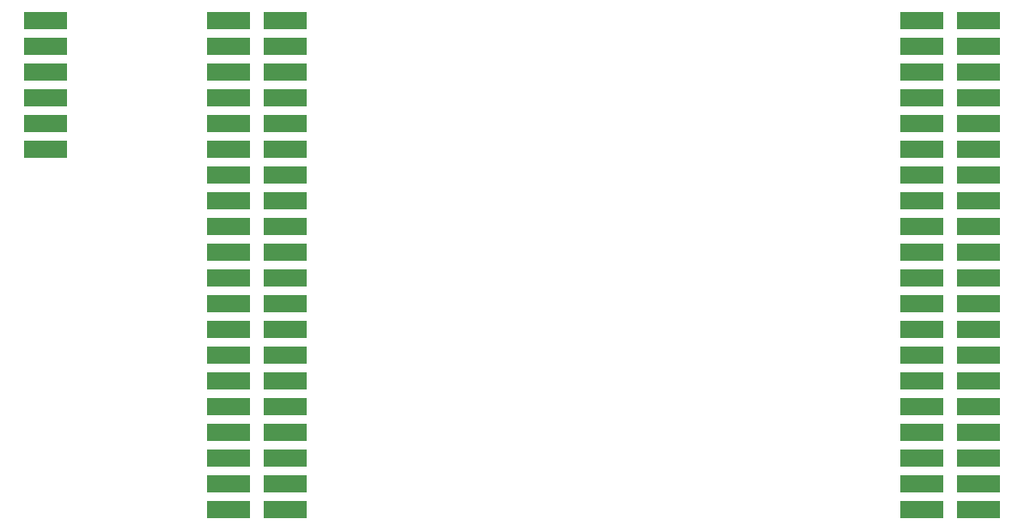
<source format=gts>
G04 project-name*
%FSLAX35Y35*%
%MOMM*%
G04 c2.PA15(1)*
%LPD*%
%ADD10R,4.2X1.7*%
D10*
X-10868833Y19924999D02*
D03*

G04 c2.VDD_OK(2)*
%LPD*%
D10*
X-10868833Y19670999D02*
D03*

G04 c2.SWCLK(3)*
%LPD*%
D10*
X-10868833Y19416999D02*
D03*

G04 c2.GND(4)*
%LPD*%
D10*
X-10868833Y19162999D02*
D03*

G04 c2.SWDIO(5)*
%LPD*%
D10*
X-10868833Y18908999D02*
D03*

G04 c2.NRST(6)*
%LPD*%
D10*
X-10868833Y18654999D02*
D03*

G04 c1.PD15(40)*
%LPD*%
D10*
X-9065916Y19924999D02*
D03*

G04 c1.PC0(42)*
%LPD*%
D10*
X-9065916Y19670999D02*
D03*

G04 c1.PC2(44)*
%LPD*%
D10*
X-9065916Y19416999D02*
D03*

G04 c1.PA0(46)*
%LPD*%
D10*
X-9065916Y19162999D02*
D03*

G04 c1.PA2(48)*
%LPD*%
D10*
X-9065916Y18908999D02*
D03*

G04 c1.PA4(50)*
%LPD*%
D10*
X-9065916Y18654999D02*
D03*

G04 c1.PA6(52)*
%LPD*%
D10*
X-9065916Y18400999D02*
D03*

G04 c1.PC4(54)*
%LPD*%
D10*
X-9065916Y18146999D02*
D03*

G04 c1.PB0(56)*
%LPD*%
D10*
X-9065916Y17892999D02*
D03*

G04 c1.PB2(58)*
%LPD*%
D10*
X-9065916Y17638999D02*
D03*

G04 c1.PE8(60)*
%LPD*%
D10*
X-9065916Y17384999D02*
D03*

G04 c1.PE10(62)*
%LPD*%
D10*
X-9065916Y17130999D02*
D03*

G04 c1.PE12(64)*
%LPD*%
D10*
X-9065916Y16876999D02*
D03*

G04 c1.PE14(66)*
%LPD*%
D10*
X-9065916Y16622999D02*
D03*

G04 c1.PB10(68)*
%LPD*%
D10*
X-9065916Y16368999D02*
D03*

G04 c1.PB12(70)*
%LPD*%
D10*
X-9065916Y16114999D02*
D03*

G04 c1.PB14(72)*
%LPD*%
D10*
X-9065916Y15860999D02*
D03*

G04 c1.PD8(74)*
%LPD*%
D10*
X-9065916Y15606999D02*
D03*

G04 c1.PD10(76)*
%LPD*%
D10*
X-9065916Y15352999D02*
D03*

G04 c1.PD12(78)*
%LPD*%
D10*
X-9065916Y15098999D02*
D03*

G04 c1.NRST(41)*
%LPD*%
D10*
X-8511916Y19924999D02*
D03*

G04 c1.PC1(43)*
%LPD*%
D10*
X-8511916Y19670999D02*
D03*

G04 c1.PC3(45)*
%LPD*%
D10*
X-8511916Y19416999D02*
D03*

G04 c1.PA1(47)*
%LPD*%
D10*
X-8511916Y19162999D02*
D03*

G04 c1.PA3(49)*
%LPD*%
D10*
X-8511916Y18908999D02*
D03*

G04 c1.PA5(51)*
%LPD*%
D10*
X-8511916Y18654999D02*
D03*

G04 c1.PA7(53)*
%LPD*%
D10*
X-8511916Y18400999D02*
D03*

G04 c1.PC5(55)*
%LPD*%
D10*
X-8511916Y18146999D02*
D03*

G04 c1.PB1(57)*
%LPD*%
D10*
X-8511916Y17892999D02*
D03*

G04 c1.PE7(59)*
%LPD*%
D10*
X-8511916Y17638999D02*
D03*

G04 c1.PE9(61)*
%LPD*%
D10*
X-8511916Y17384999D02*
D03*

G04 c1.PE11(63)*
%LPD*%
D10*
X-8511916Y17130999D02*
D03*

G04 c1.PE13(65)*
%LPD*%
D10*
X-8511916Y16876999D02*
D03*

G04 c1.PE15(67)*
%LPD*%
D10*
X-8511916Y16622999D02*
D03*

G04 c1.PB11(69)*
%LPD*%
D10*
X-8511916Y16368999D02*
D03*

G04 c1.PB13(71)*
%LPD*%
D10*
X-8511916Y16114999D02*
D03*

G04 c1.PB15(73)*
%LPD*%
D10*
X-8511916Y15860999D02*
D03*

G04 c1.PD9(75)*
%LPD*%
D10*
X-8511916Y15606999D02*
D03*

G04 c1.PD11(77)*
%LPD*%
D10*
X-8511916Y15352999D02*
D03*

G04 c1.PD13(79)*
%LPD*%
D10*
X-8511916Y15098999D02*
D03*

G04 c1.PC15(1)*
%LPD*%
D10*
X-2230916Y19924999D02*
D03*

G04 c1.PC13(3)*
%LPD*%
D10*
X-2230916Y19670999D02*
D03*

G04 c1.PE5(5)*
%LPD*%
D10*
X-2230916Y19416999D02*
D03*

G04 c1.PE3(7)*
%LPD*%
D10*
X-2230916Y19162999D02*
D03*

G04 c1.PE1(9)*
%LPD*%
D10*
X-2230916Y18908999D02*
D03*

G04 c1.PB9(11)*
%LPD*%
D10*
X-2230916Y18654999D02*
D03*

G04 c1.PB7(13)*
%LPD*%
D10*
X-2230916Y18400999D02*
D03*

G04 c1.PB5(15)*
%LPD*%
D10*
X-2230916Y18146999D02*
D03*

G04 c1.PB3(17)*
%LPD*%
D10*
X-2230916Y17892999D02*
D03*

G04 c1.PD6(19)*
%LPD*%
D10*
X-2230916Y17638999D02*
D03*

G04 c1.PD4(21)*
%LPD*%
D10*
X-2230916Y17384999D02*
D03*

G04 c1.PD2(23)*
%LPD*%
D10*
X-2230916Y17130999D02*
D03*

G04 c1.PD0(25)*
%LPD*%
D10*
X-2230916Y16876999D02*
D03*

G04 c1.PC11(27)*
%LPD*%
D10*
X-2230916Y16622999D02*
D03*

G04 c1.VCC(29)*
%LPD*%
D10*
X-2230916Y16368999D02*
D03*

G04 c1.PA12(31)*
%LPD*%
D10*
X-2230916Y16114999D02*
D03*

G04 c1.PA10(33)*
%LPD*%
D10*
X-2230916Y15860999D02*
D03*

G04 c1.PA8(35)*
%LPD*%
D10*
X-2230916Y15606999D02*
D03*

G04 c1.PC8(37)*
%LPD*%
D10*
X-2230916Y15352999D02*
D03*

G04 c1.PC6(39)*
%LPD*%
D10*
X-2230916Y15098999D02*
D03*

G04 c1.PC14(2)*
%LPD*%
D10*
X-1676916Y19924999D02*
D03*

G04 c1.PE6(4)*
%LPD*%
D10*
X-1676916Y19670999D02*
D03*

G04 c1.PE4(6)*
%LPD*%
D10*
X-1676916Y19416999D02*
D03*

G04 c1.PE2(8)*
%LPD*%
D10*
X-1676916Y19162999D02*
D03*

G04 c1.PE0(10)*
%LPD*%
D10*
X-1676916Y18908999D02*
D03*

G04 c1.PB8(12)*
%LPD*%
D10*
X-1676916Y18654999D02*
D03*

G04 c1.PB6(14)*
%LPD*%
D10*
X-1676916Y18400999D02*
D03*

G04 c1.PB4(16)*
%LPD*%
D10*
X-1676916Y18146999D02*
D03*

G04 c1.PD7(18)*
%LPD*%
D10*
X-1676916Y17892999D02*
D03*

G04 c1.PD5(20)*
%LPD*%
D10*
X-1676916Y17638999D02*
D03*

G04 c1.PD3(22)*
%LPD*%
D10*
X-1676916Y17384999D02*
D03*

G04 c1.PD1(24)*
%LPD*%
D10*
X-1676916Y17130999D02*
D03*

G04 c1.PC12(26)*
%LPD*%
D10*
X-1676916Y16876999D02*
D03*

G04 c1.PC10(28)*
%LPD*%
D10*
X-1676916Y16622999D02*
D03*

G04 c1.GND(30)*
%LPD*%
D10*
X-1676916Y16368999D02*
D03*

G04 c1.PA11(32)*
%LPD*%
D10*
X-1676916Y16114999D02*
D03*

G04 c1.PA9(34)*
%LPD*%
D10*
X-1676916Y15860999D02*
D03*

G04 c1.PC9(36)*
%LPD*%
D10*
X-1676916Y15606999D02*
D03*

G04 c1.PC7(38)*
%LPD*%
D10*
X-1676916Y15352999D02*
D03*

G04 c1.PD15(40)*
%LPD*%
D10*
X-1676916Y15098999D02*
D03*

M02*
</source>
